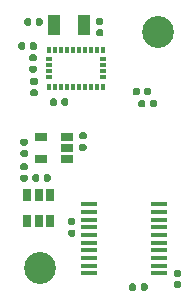
<source format=gts>
G04 #@! TF.GenerationSoftware,KiCad,Pcbnew,5.1.10-88a1d61d58~90~ubuntu20.04.1*
G04 #@! TF.CreationDate,2021-10-26T15:29:24+01:00*
G04 #@! TF.ProjectId,IMU,494d552e-6b69-4636-9164-5f7063625858,rev?*
G04 #@! TF.SameCoordinates,Original*
G04 #@! TF.FileFunction,Soldermask,Top*
G04 #@! TF.FilePolarity,Negative*
%FSLAX46Y46*%
G04 Gerber Fmt 4.6, Leading zero omitted, Abs format (unit mm)*
G04 Created by KiCad (PCBNEW 5.1.10-88a1d61d58~90~ubuntu20.04.1) date 2021-10-26 15:29:24*
%MOMM*%
%LPD*%
G01*
G04 APERTURE LIST*
%ADD10R,0.650000X1.060000*%
%ADD11R,1.060000X0.650000*%
%ADD12R,0.300000X0.500000*%
%ADD13R,0.500000X0.300000*%
%ADD14R,1.000000X1.800000*%
%ADD15R,1.450000X0.450000*%
%ADD16C,2.700000*%
G04 APERTURE END LIST*
G36*
G01*
X3920000Y-8257500D02*
X3920000Y-8602500D01*
G75*
G02*
X3772500Y-8750000I-147500J0D01*
G01*
X3477500Y-8750000D01*
G75*
G02*
X3330000Y-8602500I0J147500D01*
G01*
X3330000Y-8257500D01*
G75*
G02*
X3477500Y-8110000I147500J0D01*
G01*
X3772500Y-8110000D01*
G75*
G02*
X3920000Y-8257500I0J-147500D01*
G01*
G37*
G36*
G01*
X4890000Y-8257500D02*
X4890000Y-8602500D01*
G75*
G02*
X4742500Y-8750000I-147500J0D01*
G01*
X4447500Y-8750000D01*
G75*
G02*
X4300000Y-8602500I0J147500D01*
G01*
X4300000Y-8257500D01*
G75*
G02*
X4447500Y-8110000I147500J0D01*
G01*
X4742500Y-8110000D01*
G75*
G02*
X4890000Y-8257500I0J-147500D01*
G01*
G37*
G36*
G01*
X1840000Y-15032500D02*
X1840000Y-14687500D01*
G75*
G02*
X1987500Y-14540000I147500J0D01*
G01*
X2282500Y-14540000D01*
G75*
G02*
X2430000Y-14687500I0J-147500D01*
G01*
X2430000Y-15032500D01*
G75*
G02*
X2282500Y-15180000I-147500J0D01*
G01*
X1987500Y-15180000D01*
G75*
G02*
X1840000Y-15032500I0J147500D01*
G01*
G37*
G36*
G01*
X2810000Y-15032500D02*
X2810000Y-14687500D01*
G75*
G02*
X2957500Y-14540000I147500J0D01*
G01*
X3252500Y-14540000D01*
G75*
G02*
X3400000Y-14687500I0J-147500D01*
G01*
X3400000Y-15032500D01*
G75*
G02*
X3252500Y-15180000I-147500J0D01*
G01*
X2957500Y-15180000D01*
G75*
G02*
X2810000Y-15032500I0J147500D01*
G01*
G37*
D10*
X1430000Y-18500000D03*
X2380000Y-18500000D03*
X3330000Y-18500000D03*
X3330000Y-16300000D03*
X1430000Y-16300000D03*
X2380000Y-16300000D03*
G36*
G01*
X14322500Y-23200000D02*
X13977500Y-23200000D01*
G75*
G02*
X13830000Y-23052500I0J147500D01*
G01*
X13830000Y-22757500D01*
G75*
G02*
X13977500Y-22610000I147500J0D01*
G01*
X14322500Y-22610000D01*
G75*
G02*
X14470000Y-22757500I0J-147500D01*
G01*
X14470000Y-23052500D01*
G75*
G02*
X14322500Y-23200000I-147500J0D01*
G01*
G37*
G36*
G01*
X14322500Y-24170000D02*
X13977500Y-24170000D01*
G75*
G02*
X13830000Y-24022500I0J147500D01*
G01*
X13830000Y-23727500D01*
G75*
G02*
X13977500Y-23580000I147500J0D01*
G01*
X14322500Y-23580000D01*
G75*
G02*
X14470000Y-23727500I0J-147500D01*
G01*
X14470000Y-24022500D01*
G75*
G02*
X14322500Y-24170000I-147500J0D01*
G01*
G37*
D11*
X4764000Y-13250000D03*
X4764000Y-12300000D03*
X4764000Y-11350000D03*
X2564000Y-11350000D03*
X2564000Y-13250000D03*
G36*
G01*
X11805000Y-8722500D02*
X11805000Y-8377500D01*
G75*
G02*
X11952500Y-8230000I147500J0D01*
G01*
X12247500Y-8230000D01*
G75*
G02*
X12395000Y-8377500I0J-147500D01*
G01*
X12395000Y-8722500D01*
G75*
G02*
X12247500Y-8870000I-147500J0D01*
G01*
X11952500Y-8870000D01*
G75*
G02*
X11805000Y-8722500I0J147500D01*
G01*
G37*
G36*
G01*
X10835000Y-8722500D02*
X10835000Y-8377500D01*
G75*
G02*
X10982500Y-8230000I147500J0D01*
G01*
X11277500Y-8230000D01*
G75*
G02*
X11425000Y-8377500I0J-147500D01*
G01*
X11425000Y-8722500D01*
G75*
G02*
X11277500Y-8870000I-147500J0D01*
G01*
X10982500Y-8870000D01*
G75*
G02*
X10835000Y-8722500I0J147500D01*
G01*
G37*
G36*
G01*
X10930000Y-7357500D02*
X10930000Y-7702500D01*
G75*
G02*
X10782500Y-7850000I-147500J0D01*
G01*
X10487500Y-7850000D01*
G75*
G02*
X10340000Y-7702500I0J147500D01*
G01*
X10340000Y-7357500D01*
G75*
G02*
X10487500Y-7210000I147500J0D01*
G01*
X10782500Y-7210000D01*
G75*
G02*
X10930000Y-7357500I0J-147500D01*
G01*
G37*
G36*
G01*
X11900000Y-7357500D02*
X11900000Y-7702500D01*
G75*
G02*
X11752500Y-7850000I-147500J0D01*
G01*
X11457500Y-7850000D01*
G75*
G02*
X11310000Y-7702500I0J147500D01*
G01*
X11310000Y-7357500D01*
G75*
G02*
X11457500Y-7210000I147500J0D01*
G01*
X11752500Y-7210000D01*
G75*
G02*
X11900000Y-7357500I0J-147500D01*
G01*
G37*
G36*
G01*
X10630000Y-23917500D02*
X10630000Y-24262500D01*
G75*
G02*
X10482500Y-24410000I-147500J0D01*
G01*
X10187500Y-24410000D01*
G75*
G02*
X10040000Y-24262500I0J147500D01*
G01*
X10040000Y-23917500D01*
G75*
G02*
X10187500Y-23770000I147500J0D01*
G01*
X10482500Y-23770000D01*
G75*
G02*
X10630000Y-23917500I0J-147500D01*
G01*
G37*
G36*
G01*
X11600000Y-23917500D02*
X11600000Y-24262500D01*
G75*
G02*
X11452500Y-24410000I-147500J0D01*
G01*
X11157500Y-24410000D01*
G75*
G02*
X11010000Y-24262500I0J147500D01*
G01*
X11010000Y-23917500D01*
G75*
G02*
X11157500Y-23770000I147500J0D01*
G01*
X11452500Y-23770000D01*
G75*
G02*
X11600000Y-23917500I0J-147500D01*
G01*
G37*
G36*
G01*
X2092500Y-4960000D02*
X1747500Y-4960000D01*
G75*
G02*
X1600000Y-4812500I0J147500D01*
G01*
X1600000Y-4517500D01*
G75*
G02*
X1747500Y-4370000I147500J0D01*
G01*
X2092500Y-4370000D01*
G75*
G02*
X2240000Y-4517500I0J-147500D01*
G01*
X2240000Y-4812500D01*
G75*
G02*
X2092500Y-4960000I-147500J0D01*
G01*
G37*
G36*
G01*
X2092500Y-5930000D02*
X1747500Y-5930000D01*
G75*
G02*
X1600000Y-5782500I0J147500D01*
G01*
X1600000Y-5487500D01*
G75*
G02*
X1747500Y-5340000I147500J0D01*
G01*
X2092500Y-5340000D01*
G75*
G02*
X2240000Y-5487500I0J-147500D01*
G01*
X2240000Y-5782500D01*
G75*
G02*
X2092500Y-5930000I-147500J0D01*
G01*
G37*
G36*
G01*
X5342500Y-18830000D02*
X4997500Y-18830000D01*
G75*
G02*
X4850000Y-18682500I0J147500D01*
G01*
X4850000Y-18387500D01*
G75*
G02*
X4997500Y-18240000I147500J0D01*
G01*
X5342500Y-18240000D01*
G75*
G02*
X5490000Y-18387500I0J-147500D01*
G01*
X5490000Y-18682500D01*
G75*
G02*
X5342500Y-18830000I-147500J0D01*
G01*
G37*
G36*
G01*
X5342500Y-19800000D02*
X4997500Y-19800000D01*
G75*
G02*
X4850000Y-19652500I0J147500D01*
G01*
X4850000Y-19357500D01*
G75*
G02*
X4997500Y-19210000I147500J0D01*
G01*
X5342500Y-19210000D01*
G75*
G02*
X5490000Y-19357500I0J-147500D01*
G01*
X5490000Y-19652500D01*
G75*
G02*
X5342500Y-19800000I-147500J0D01*
G01*
G37*
G36*
G01*
X5947500Y-10990000D02*
X6292500Y-10990000D01*
G75*
G02*
X6440000Y-11137500I0J-147500D01*
G01*
X6440000Y-11432500D01*
G75*
G02*
X6292500Y-11580000I-147500J0D01*
G01*
X5947500Y-11580000D01*
G75*
G02*
X5800000Y-11432500I0J147500D01*
G01*
X5800000Y-11137500D01*
G75*
G02*
X5947500Y-10990000I147500J0D01*
G01*
G37*
G36*
G01*
X5947500Y-11960000D02*
X6292500Y-11960000D01*
G75*
G02*
X6440000Y-12107500I0J-147500D01*
G01*
X6440000Y-12402500D01*
G75*
G02*
X6292500Y-12550000I-147500J0D01*
G01*
X5947500Y-12550000D01*
G75*
G02*
X5800000Y-12402500I0J147500D01*
G01*
X5800000Y-12107500D01*
G75*
G02*
X5947500Y-11960000I147500J0D01*
G01*
G37*
D12*
X3298400Y-3982100D03*
X3798400Y-3982100D03*
X4298400Y-3982100D03*
X4798400Y-3982100D03*
X5298400Y-3982100D03*
X5798400Y-3982100D03*
X6298400Y-3982100D03*
X6798400Y-3982100D03*
X7298400Y-3982100D03*
X7798400Y-3982100D03*
X3298400Y-7107100D03*
X3798400Y-7107100D03*
X4298400Y-7107100D03*
X4798400Y-7107100D03*
X5298400Y-7107100D03*
X5798400Y-7107100D03*
X6298400Y-7107100D03*
X6798400Y-7107100D03*
X7298400Y-7107100D03*
X7798400Y-7107100D03*
D13*
X3285900Y-4794600D03*
X3285900Y-5294600D03*
X3285900Y-5794600D03*
X3285900Y-6294600D03*
X7810900Y-4794600D03*
X7810900Y-5294600D03*
X7810900Y-5794600D03*
X7810900Y-6294600D03*
G36*
G01*
X1817500Y-7350000D02*
X2162500Y-7350000D01*
G75*
G02*
X2310000Y-7497500I0J-147500D01*
G01*
X2310000Y-7792500D01*
G75*
G02*
X2162500Y-7940000I-147500J0D01*
G01*
X1817500Y-7940000D01*
G75*
G02*
X1670000Y-7792500I0J147500D01*
G01*
X1670000Y-7497500D01*
G75*
G02*
X1817500Y-7350000I147500J0D01*
G01*
G37*
G36*
G01*
X1817500Y-6380000D02*
X2162500Y-6380000D01*
G75*
G02*
X2310000Y-6527500I0J-147500D01*
G01*
X2310000Y-6822500D01*
G75*
G02*
X2162500Y-6970000I-147500J0D01*
G01*
X1817500Y-6970000D01*
G75*
G02*
X1670000Y-6822500I0J147500D01*
G01*
X1670000Y-6527500D01*
G75*
G02*
X1817500Y-6380000I147500J0D01*
G01*
G37*
G36*
G01*
X1640000Y-3852500D02*
X1640000Y-3507500D01*
G75*
G02*
X1787500Y-3360000I147500J0D01*
G01*
X2082500Y-3360000D01*
G75*
G02*
X2230000Y-3507500I0J-147500D01*
G01*
X2230000Y-3852500D01*
G75*
G02*
X2082500Y-4000000I-147500J0D01*
G01*
X1787500Y-4000000D01*
G75*
G02*
X1640000Y-3852500I0J147500D01*
G01*
G37*
G36*
G01*
X670000Y-3852500D02*
X670000Y-3507500D01*
G75*
G02*
X817500Y-3360000I147500J0D01*
G01*
X1112500Y-3360000D01*
G75*
G02*
X1260000Y-3507500I0J-147500D01*
G01*
X1260000Y-3852500D01*
G75*
G02*
X1112500Y-4000000I-147500J0D01*
G01*
X817500Y-4000000D01*
G75*
G02*
X670000Y-3852500I0J147500D01*
G01*
G37*
D14*
X6225000Y-1850000D03*
X3725000Y-1850000D03*
G36*
G01*
X1750000Y-1467500D02*
X1750000Y-1812500D01*
G75*
G02*
X1602500Y-1960000I-147500J0D01*
G01*
X1307500Y-1960000D01*
G75*
G02*
X1160000Y-1812500I0J147500D01*
G01*
X1160000Y-1467500D01*
G75*
G02*
X1307500Y-1320000I147500J0D01*
G01*
X1602500Y-1320000D01*
G75*
G02*
X1750000Y-1467500I0J-147500D01*
G01*
G37*
G36*
G01*
X2720000Y-1467500D02*
X2720000Y-1812500D01*
G75*
G02*
X2572500Y-1960000I-147500J0D01*
G01*
X2277500Y-1960000D01*
G75*
G02*
X2130000Y-1812500I0J147500D01*
G01*
X2130000Y-1467500D01*
G75*
G02*
X2277500Y-1320000I147500J0D01*
G01*
X2572500Y-1320000D01*
G75*
G02*
X2720000Y-1467500I0J-147500D01*
G01*
G37*
G36*
G01*
X7377500Y-2270000D02*
X7722500Y-2270000D01*
G75*
G02*
X7870000Y-2417500I0J-147500D01*
G01*
X7870000Y-2712500D01*
G75*
G02*
X7722500Y-2860000I-147500J0D01*
G01*
X7377500Y-2860000D01*
G75*
G02*
X7230000Y-2712500I0J147500D01*
G01*
X7230000Y-2417500D01*
G75*
G02*
X7377500Y-2270000I147500J0D01*
G01*
G37*
G36*
G01*
X7377500Y-1300000D02*
X7722500Y-1300000D01*
G75*
G02*
X7870000Y-1447500I0J-147500D01*
G01*
X7870000Y-1742500D01*
G75*
G02*
X7722500Y-1890000I-147500J0D01*
G01*
X7377500Y-1890000D01*
G75*
G02*
X7230000Y-1742500I0J147500D01*
G01*
X7230000Y-1447500D01*
G75*
G02*
X7377500Y-1300000I147500J0D01*
G01*
G37*
D15*
X6680000Y-22915000D03*
X6680000Y-22265000D03*
X6680000Y-21615000D03*
X6680000Y-20965000D03*
X6680000Y-20315000D03*
X6680000Y-19665000D03*
X6680000Y-19015000D03*
X6680000Y-18365000D03*
X6680000Y-17715000D03*
X6680000Y-17065000D03*
X12580000Y-17065000D03*
X12580000Y-17715000D03*
X12580000Y-18365000D03*
X12580000Y-19015000D03*
X12580000Y-19665000D03*
X12580000Y-20315000D03*
X12580000Y-20965000D03*
X12580000Y-21615000D03*
X12580000Y-22265000D03*
X12580000Y-22915000D03*
G36*
G01*
X1312500Y-14180000D02*
X967500Y-14180000D01*
G75*
G02*
X820000Y-14032500I0J147500D01*
G01*
X820000Y-13737500D01*
G75*
G02*
X967500Y-13590000I147500J0D01*
G01*
X1312500Y-13590000D01*
G75*
G02*
X1460000Y-13737500I0J-147500D01*
G01*
X1460000Y-14032500D01*
G75*
G02*
X1312500Y-14180000I-147500J0D01*
G01*
G37*
G36*
G01*
X1312500Y-15150000D02*
X967500Y-15150000D01*
G75*
G02*
X820000Y-15002500I0J147500D01*
G01*
X820000Y-14707500D01*
G75*
G02*
X967500Y-14560000I147500J0D01*
G01*
X1312500Y-14560000D01*
G75*
G02*
X1460000Y-14707500I0J-147500D01*
G01*
X1460000Y-15002500D01*
G75*
G02*
X1312500Y-15150000I-147500J0D01*
G01*
G37*
D16*
X2500000Y-22500000D03*
X12500000Y-2500000D03*
G36*
G01*
X1336500Y-13080000D02*
X991500Y-13080000D01*
G75*
G02*
X844000Y-12932500I0J147500D01*
G01*
X844000Y-12637500D01*
G75*
G02*
X991500Y-12490000I147500J0D01*
G01*
X1336500Y-12490000D01*
G75*
G02*
X1484000Y-12637500I0J-147500D01*
G01*
X1484000Y-12932500D01*
G75*
G02*
X1336500Y-13080000I-147500J0D01*
G01*
G37*
G36*
G01*
X1336500Y-12110000D02*
X991500Y-12110000D01*
G75*
G02*
X844000Y-11962500I0J147500D01*
G01*
X844000Y-11667500D01*
G75*
G02*
X991500Y-11520000I147500J0D01*
G01*
X1336500Y-11520000D01*
G75*
G02*
X1484000Y-11667500I0J-147500D01*
G01*
X1484000Y-11962500D01*
G75*
G02*
X1336500Y-12110000I-147500J0D01*
G01*
G37*
M02*

</source>
